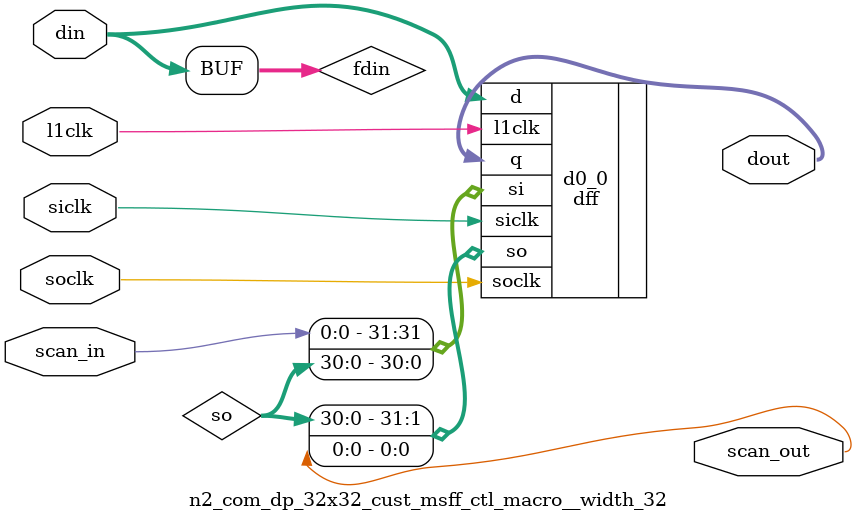
<source format=v>
`define OUTFLOP_n2_com_dp_32x32_cust  TRUE		



module n2_com_dp_32x32_cust (
  wr_adr, 
  wr_en, 
  rd_adr, 
  rd_en, 
  din, 
  dout, 
  rdclk, 
  wrclk, 
  scan_in, 
  tcu_pce_ov, 
  tcu_aclk, 
  tcu_bclk, 
  tcu_array_wr_inhibit, 
  tcu_se_scancollar_in, 
  tcu_se_scancollar_out, 
  bist_clk_mux_sel, 
  rd_pce, 
  wr_pce, 
  scan_out);
wire rd_lce;
wire wr_lce;
wire rdclk_in;
wire wrclk_in;
wire rdclk_free;
wire wrclk_free;
wire rdclk_out;
wire dff_wr_addr_scanin;
wire dff_wr_addr_scanout;
wire [4:0] wr_adr_d1;
wire [4:1] dff_rd_addr_scan;
wire dff_rd_addr_scanin;
wire dff_rd_addr_scanout;
wire [4:0] rd_adr_d1;
wire [4:0] rd_adr_mq_l_unused;
wire [4:0] rd_adr_q_unused;
wire [4:0] rd_adr_q_l_unused;
wire dff_rd_en_scanin;
wire dff_rd_en_scanout;
wire rd_en_d1;
wire rd_en_mq_l_unused;
wire rd_en_q_unused;
wire rd_en_q_l_unused;
wire dff_wr_en_scanin;
wire dff_wr_en_scanout;
wire wr_en_d1;
wire [15:1] dff_din_hi_scan;
wire dff_din_hi_scanin;
wire dff_din_hi_scanout;
wire [31:0] din_d1;
wire [15:1] dff_din_lo_scan;
wire dff_din_lo_scanin;
wire dff_din_lo_scanout;
wire wr_inh_;
wire rd_en_d1_qual;
wire wr_en_d1_qual;
wire [31:0] local_dout;
wire dff_dout_scanin;
wire dff_dout_scanout;
		
input	[4:0]	wr_adr;
input			wr_en;
input	[4:0]	rd_adr;
input			rd_en;
input	[31:0] 	din;
output	[31:0]	dout;
input		rdclk;
input		wrclk;
input		scan_in;
input		tcu_pce_ov;
input		tcu_aclk;
input		tcu_bclk;
input		tcu_array_wr_inhibit;
input		tcu_se_scancollar_in;

input		tcu_se_scancollar_out;

input		bist_clk_mux_sel;
input		rd_pce;
input		wr_pce;
output		scan_out;

// synopsys translate_off

wire pce_ov	= tcu_pce_ov;
wire siclk	= tcu_aclk;
wire soclk	= tcu_bclk;
//================================================
// Clock headers
//================================================
cl_mc1_bistlatch_4x rd_pce_lat (
	.l2clk	(rdclk),
	.pce	(rd_pce),
	.pce_ov	(pce_ov),
	.lce	(rd_lce)
);
cl_mc1_bistlatch_4x wr_pce_lat (
	.l2clk	(wrclk),
	.pce	(wr_pce),
	.pce_ov	(pce_ov),
	.lce	(wr_lce)
);
cl_mc1_bistl1hdr_8x rch_in (
        .l2clk  (rdclk), 
        .se     (tcu_se_scancollar_in),
	.clksel	(bist_clk_mux_sel),
	.bistclk(rdclk),
	.lce	(rd_lce),
        .l1clk  (rdclk_in)
);
cl_mc1_bistl1hdr_8x wch_in (
        .l2clk  (wrclk), 
        .se     (tcu_se_scancollar_in),
	.clksel	(bist_clk_mux_sel),
	.bistclk(rdclk),
	.lce	(wr_lce),
        .l1clk  (wrclk_in)
);
cl_mc1_bistl1hdr_8x rch_free (
        .l2clk  (rdclk), 
        .se     (1'b0),
	.clksel	(bist_clk_mux_sel),
	.bistclk(rdclk),
	.lce	(rd_lce),
        .l1clk  (rdclk_free)
);
cl_mc1_bistl1hdr_8x wch_free (
        .l2clk  (wrclk), 
        .se     (1'b0),
	.clksel	(bist_clk_mux_sel),
	.bistclk(rdclk),
	.lce	(wr_lce),
        .l1clk  (wrclk_free)
);

cl_mc1_bistl1hdr_8x rch_out (
        .l2clk  (rdclk), 
        .se     (tcu_se_scancollar_out),
	.clksel	(bist_clk_mux_sel),
	.bistclk(rdclk),
	.lce	(rd_lce),
        .l1clk  (rdclk_out)
);

///////////////////////////////////////////////////////////////
// Flop the inputs                                           //
///////////////////////////////////////////////////////////////
n2_com_dp_32x32_cust_msff_ctl_macro__width_5 dff_wr_addr  (
	.scan_in	(dff_wr_addr_scanin),
	.scan_out	(dff_wr_addr_scanout),
	.l1clk		(wrclk_in),
	.din		(wr_adr[4:0]),
	.dout		(wr_adr_d1[4:0]),
  .siclk(siclk),
  .soclk(soclk)
);
n2_com_dp_32x32_cust_sram_msff_mo_macro__fs_1__width_5 dff_rd_addr   (
	.scan_in	({dff_rd_addr_scan[4:1],dff_rd_addr_scanin}),
	.scan_out	({dff_rd_addr_scanout,dff_rd_addr_scan[4:1]}),
	.l1clk		(rdclk_in),
	.and_clk	(rdclk_in),
	.d		(rd_adr[4:0]),
	.mq		(rd_adr_d1[4:0]),
	.mq_l		(rd_adr_mq_l_unused[4:0]),
	.q		(rd_adr_q_unused[4:0]),
	.q_l		(rd_adr_q_l_unused[4:0]),
  .siclk(siclk),
  .soclk(soclk)
);
n2_com_dp_32x32_cust_sram_msff_mo_macro__width_1 dff_rd_en  (
	.scan_in	(dff_rd_en_scanin),
	.scan_out	(dff_rd_en_scanout),
	.l1clk		(rdclk_in),
	.and_clk	(rdclk_in),
	.d		(rd_en),
	.mq		(rd_en_d1),
	.mq_l		(rd_en_mq_l_unused),
	.q		(rd_en_q_unused),
	.q_l		(rd_en_q_l_unused),
  .siclk(siclk),
  .soclk(soclk)
);
n2_com_dp_32x32_cust_msff_ctl_macro__width_1 dff_wr_en  (
	.scan_in	(dff_wr_en_scanin),
	.scan_out	(dff_wr_en_scanout),
	.l1clk		(wrclk_in),
	.din		(wr_en),
	.dout		(wr_en_d1),
  .siclk(siclk),
  .soclk(soclk)
);
n2_com_dp_32x32_cust_msff_ctl_macro__fs_1__width_16 dff_din_hi   (
	.scan_in	({dff_din_hi_scan[15:1],dff_din_hi_scanin}),
	.scan_out	({dff_din_hi_scanout,dff_din_hi_scan[15:1]}),
	.l1clk		(wrclk_in),
	.din		(din[31:16]),
	.dout		(din_d1[31:16]),
  .siclk(siclk),
  .soclk(soclk)
);
n2_com_dp_32x32_cust_msff_ctl_macro__fs_1__width_16 dff_din_lo   (
	.scan_in	({dff_din_lo_scan[15:1],dff_din_lo_scanin}),
	.scan_out	({dff_din_lo_scanout,dff_din_lo_scan[15:1]}),
	.l1clk		(wrclk_in),
	.din		(din[15:0]),
	.dout		(din_d1[15:0]),
  .siclk(siclk),
  .soclk(soclk)
);
n2_com_dp_32x32_cust_inv_macro__width_1 wr_inh_inv  (
	.din		(tcu_array_wr_inhibit),
	.dout		(wr_inh_)
);
n2_com_dp_32x32_cust_and_macro__width_2 enable_qual  (
	.din0		({2{wr_inh_}}),
	.din1		({rd_en_d1,wr_en_d1}),
	.dout		({rd_en_d1_qual,wr_en_d1_qual})
);
n2_com_dp_32x32_cust_n2_com_array_macro__rows_32__width_32__z_array array    (
	.rclk	(rdclk_free),
	.wclk	(wrclk_free),
	.wr_adr (wr_adr_d1[4:0]),
	.wr_en	(wr_en_d1_qual),
	.rd_adr (rd_adr_d1[4:0]),
	.rd_en	(rd_en_d1_qual),
	.din	(din_d1[31:0]),
	.dout	(local_dout[31:0])
);

n2_com_dp_32x32_cust_msff_ctl_macro__width_32 dff_dout  (
	.scan_in	(dff_dout_scanin),
	.scan_out	(dff_dout_scanout),
	.l1clk		(rdclk_out),
	.din		(local_dout[31:0]),
	.dout		(dout[31:0]),
  .siclk(siclk),
  .soclk(soclk)
);


supply0 vss;
supply1 vdd;

// fixscan start:
assign dff_wr_addr_scanin         = scan_in                  ;
assign dff_rd_addr_scanin         = dff_wr_addr_scanout      ;
assign dff_wr_en_scanin           = dff_rd_addr_scanout      ;
assign dff_rd_en_scanin           = dff_wr_en_scanout        ;
assign dff_din_lo_scanin          = dff_rd_en_scanout        ;
assign dff_din_hi_scanin          = dff_din_lo_scanout       ;
assign dff_dout_scanin            = dff_din_hi_scanout       ;
assign scan_out                   = dff_dout_scanout         ;
// fixscan end:

// synopsys translate_on

endmodule







// any PARAMS parms go into naming of macro

module n2_com_dp_32x32_cust_msff_ctl_macro__width_5 (
  din, 
  l1clk, 
  scan_in, 
  siclk, 
  soclk, 
  dout, 
  scan_out);
wire [4:0] fdin;
wire [3:0] so;

  input [4:0] din;
  input l1clk;
  input scan_in;


  input siclk;
  input soclk;

  output [4:0] dout;
  output scan_out;
assign fdin[4:0] = din[4:0];






dff #(5)  d0_0 (
.l1clk(l1clk),
.siclk(siclk),
.soclk(soclk),
.d(fdin[4:0]),
.si({scan_in,so[3:0]}),
.so({so[3:0],scan_out}),
.q(dout[4:0])
);












endmodule









//
//   macro for cl_mc1_sram_msff_mo_{16,8,4}x flops
//
//





module n2_com_dp_32x32_cust_sram_msff_mo_macro__fs_1__width_5 (
  d, 
  scan_in, 
  l1clk, 
  and_clk, 
  siclk, 
  soclk, 
  mq, 
  mq_l, 
  scan_out, 
  q, 
  q_l);
input [4:0] d;
  input [4:0] scan_in;
input l1clk;
input and_clk;
input siclk;
input soclk;
output [4:0] mq;
output [4:0] mq_l;
  output [4:0] scan_out;
output [4:0] q;
output [4:0] q_l;






new_dlata #(5)  d0_0 (
.d(d[4:0]),
.si(scan_in[4:0]),
.so(scan_out[4:0]),
.l1clk(l1clk),
.and_clk(and_clk),
.siclk(siclk),
.soclk(soclk),
.q(q[4:0]),
.q_l(q_l[4:0]),
.mq(mq[4:0]),
.mq_l(mq_l[4:0])
);










//place::generic_place($width,$stack,$left);

endmodule





//
//   macro for cl_mc1_sram_msff_mo_{16,8,4}x flops
//
//





module n2_com_dp_32x32_cust_sram_msff_mo_macro__width_1 (
  d, 
  scan_in, 
  l1clk, 
  and_clk, 
  siclk, 
  soclk, 
  mq, 
  mq_l, 
  scan_out, 
  q, 
  q_l);
input [0:0] d;
  input scan_in;
input l1clk;
input and_clk;
input siclk;
input soclk;
output [0:0] mq;
output [0:0] mq_l;
  output scan_out;
output [0:0] q;
output [0:0] q_l;






new_dlata #(1)  d0_0 (
.d(d[0:0]),
.si(scan_in),
.so(scan_out),
.l1clk(l1clk),
.and_clk(and_clk),
.siclk(siclk),
.soclk(soclk),
.q(q[0:0]),
.q_l(q_l[0:0]),
.mq(mq[0:0]),
.mq_l(mq_l[0:0])
);










//place::generic_place($width,$stack,$left);

endmodule









// any PARAMS parms go into naming of macro

module n2_com_dp_32x32_cust_msff_ctl_macro__width_1 (
  din, 
  l1clk, 
  scan_in, 
  siclk, 
  soclk, 
  dout, 
  scan_out);
wire [0:0] fdin;

  input [0:0] din;
  input l1clk;
  input scan_in;


  input siclk;
  input soclk;

  output [0:0] dout;
  output scan_out;
assign fdin[0:0] = din[0:0];






dff #(1)  d0_0 (
.l1clk(l1clk),
.siclk(siclk),
.soclk(soclk),
.d(fdin[0:0]),
.si(scan_in),
.so(scan_out),
.q(dout[0:0])
);












endmodule













// any PARAMS parms go into naming of macro

module n2_com_dp_32x32_cust_msff_ctl_macro__fs_1__width_16 (
  din, 
  l1clk, 
  scan_in, 
  siclk, 
  soclk, 
  dout, 
  scan_out);
wire [15:0] fdin;

  input [15:0] din;
  input l1clk;
  input [15:0] scan_in;


  input siclk;
  input soclk;

  output [15:0] dout;
  output [15:0] scan_out;
assign fdin[15:0] = din[15:0];






dff #(16)  d0_0 (
.l1clk(l1clk),
.siclk(siclk),
.soclk(soclk),
.d(fdin[15:0]),
.si(scan_in[15:0]),
.so(scan_out[15:0]),
.q(dout[15:0])
);












endmodule









//
//   invert macro
//
//





module n2_com_dp_32x32_cust_inv_macro__width_1 (
  din, 
  dout);
  input [0:0] din;
  output [0:0] dout;






inv #(1)  d0_0 (
.in(din[0:0]),
.out(dout[0:0])
);









endmodule





//  
//   and macro for ports = 2,3,4
//
//





module n2_com_dp_32x32_cust_and_macro__width_2 (
  din0, 
  din1, 
  dout);
  input [1:0] din0;
  input [1:0] din1;
  output [1:0] dout;






and2 #(2)  d0_0 (
.in0(din0[1:0]),
.in1(din1[1:0]),
.out(dout[1:0])
);









endmodule










module n2_com_dp_32x32_cust_n2_com_array_macro__rows_32__width_32__z_array (
  rclk, 
  wclk, 
  rd_adr, 
  rd_en, 
  wr_en, 
  wr_adr, 
  din, 
  dout);

input		rclk;
input		wclk;
input	[4:0]	rd_adr;
input		rd_en;
input		wr_en;
input	[4:0]	wr_adr;
input	[32-1:0]	din;
output	[32-1:0]	dout; 



reg	[32-1:0]	mem[32-1:0];
reg	[32-1:0]	local_dout;

`ifndef NOINITMEM
// Emulate reset
integer i;
initial begin
 for (i=0; i<32; i=i+1) begin
   mem[i] = 32'b0;
 end
 local_dout = 32'b0;
end
`endif
//////////////////////
// Read/write array
//////////////////////
always @(negedge wclk) begin
   if (wr_en) begin
       mem[wr_adr] <= din;


   end
end
always @(rclk or rd_en or wr_en or rd_adr or wr_adr) begin
   if (rclk) begin
     if (rd_en) begin
         if (wr_en & (wr_adr[4:0] == rd_adr[4:0]))
             local_dout[32-1:0] <= 32'hx;
         else
             local_dout[32-1:0] <= mem[rd_adr] ;
     end
     else
             local_dout[32-1:0] <= ~(32'h0);
  end
end
assign dout[32-1:0] = local_dout[32-1:0];
supply0 vss;
supply1 vdd;




endmodule 






// any PARAMS parms go into naming of macro

module n2_com_dp_32x32_cust_msff_ctl_macro__width_32 (
  din, 
  l1clk, 
  scan_in, 
  siclk, 
  soclk, 
  dout, 
  scan_out);
wire [31:0] fdin;
wire [30:0] so;

  input [31:0] din;
  input l1clk;
  input scan_in;


  input siclk;
  input soclk;

  output [31:0] dout;
  output scan_out;
assign fdin[31:0] = din[31:0];






dff #(32)  d0_0 (
.l1clk(l1clk),
.siclk(siclk),
.soclk(soclk),
.d(fdin[31:0]),
.si({scan_in,so[30:0]}),
.so({so[30:0],scan_out}),
.q(dout[31:0])
);












endmodule









</source>
